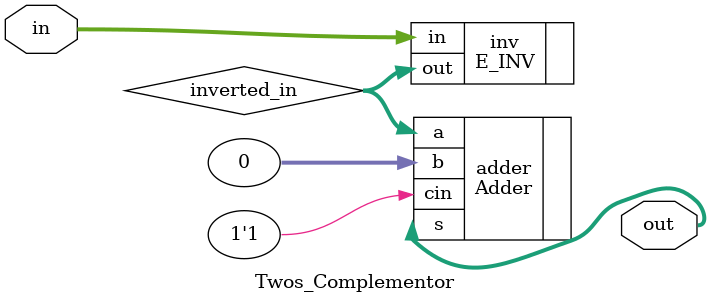
<source format=v>
module Twos_Complementor(in, out);

    parameter N = 32;

    input wire[N-1:0] in;
    output wire[N-1:0] out;

    wire[N-1:0] inverted_in;
    E_INV #(N) inv(.in(in), .out(inverted_in));

    Adder #(N) adder(.a(inverted_in), .b({N{1'b0}}), .cin(1'b1), .s(out));

endmodule

</source>
